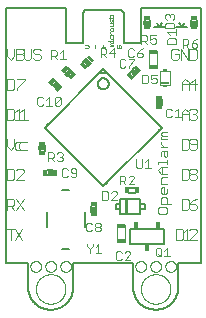
<source format=gto>
G75*
%MOIN*%
%OFA0B0*%
%FSLAX25Y25*%
%IPPOS*%
%LPD*%
%AMOC8*
5,1,8,0,0,1.08239X$1,22.5*
%
%ADD10C,0.00500*%
%ADD11C,0.00000*%
%ADD12C,0.00300*%
%ADD13C,0.00800*%
%ADD14C,0.00100*%
%ADD15C,0.00600*%
%ADD16C,0.01600*%
%ADD17R,0.01181X0.02362*%
%ADD18C,0.00400*%
%ADD19R,0.03150X0.01378*%
%ADD20R,0.02362X0.01181*%
%ADD21R,0.01800X0.02300*%
%ADD22R,0.01600X0.02800*%
%ADD23R,0.02800X0.01600*%
%ADD24R,0.01339X0.00827*%
%ADD25R,0.03150X0.01142*%
D10*
X0005050Y0016901D02*
X0005050Y0101862D01*
X0025050Y0101862D01*
X0025050Y0090026D01*
X0030675Y0090026D01*
X0030675Y0100221D01*
X0031652Y0101198D01*
X0043448Y0101198D01*
X0044425Y0100221D01*
X0044425Y0090026D01*
X0050050Y0090026D01*
X0050050Y0101901D01*
X0070001Y0101901D01*
X0070050Y0101862D01*
X0070050Y0101901D02*
X0070050Y0073151D01*
X0070001Y0016901D01*
X0062550Y0016901D01*
X0062550Y0008151D01*
X0062533Y0007969D01*
X0062511Y0007787D01*
X0062484Y0007605D01*
X0062454Y0007425D01*
X0062419Y0007245D01*
X0062379Y0007066D01*
X0062335Y0006888D01*
X0062287Y0006711D01*
X0062235Y0006535D01*
X0062178Y0006361D01*
X0062117Y0006188D01*
X0062052Y0006017D01*
X0061983Y0005847D01*
X0061909Y0005679D01*
X0061832Y0005513D01*
X0061750Y0005349D01*
X0061665Y0005187D01*
X0061576Y0005027D01*
X0061482Y0004869D01*
X0061385Y0004713D01*
X0061284Y0004560D01*
X0061180Y0004410D01*
X0061072Y0004262D01*
X0060960Y0004116D01*
X0060845Y0003974D01*
X0060726Y0003834D01*
X0060604Y0003698D01*
X0060479Y0003564D01*
X0060350Y0003433D01*
X0060219Y0003306D01*
X0060084Y0003181D01*
X0059946Y0003060D01*
X0059806Y0002943D01*
X0059662Y0002829D01*
X0059516Y0002718D01*
X0059367Y0002611D01*
X0059216Y0002508D01*
X0059062Y0002408D01*
X0058906Y0002313D01*
X0058747Y0002221D01*
X0058586Y0002133D01*
X0058424Y0002048D01*
X0058259Y0001968D01*
X0058092Y0001892D01*
X0057923Y0001820D01*
X0057753Y0001752D01*
X0057581Y0001689D01*
X0057408Y0001629D01*
X0057233Y0001574D01*
X0057057Y0001523D01*
X0056880Y0001476D01*
X0056702Y0001433D01*
X0056522Y0001395D01*
X0056342Y0001362D01*
X0056161Y0001333D01*
X0055980Y0001308D01*
X0055798Y0001287D01*
X0055615Y0001271D01*
X0055432Y0001260D01*
X0055249Y0001253D01*
X0055066Y0001250D01*
X0054883Y0001252D01*
X0054699Y0001258D01*
X0054516Y0001269D01*
X0054334Y0001284D01*
X0054152Y0001304D01*
X0053970Y0001328D01*
X0053789Y0001356D01*
X0053608Y0001389D01*
X0053429Y0001427D01*
X0053251Y0001468D01*
X0053073Y0001514D01*
X0052897Y0001565D01*
X0052722Y0001619D01*
X0052548Y0001678D01*
X0052376Y0001741D01*
X0052206Y0001808D01*
X0052037Y0001879D01*
X0051870Y0001955D01*
X0051705Y0002034D01*
X0051541Y0002118D01*
X0051380Y0002205D01*
X0051221Y0002297D01*
X0051065Y0002392D01*
X0050911Y0002491D01*
X0050759Y0002593D01*
X0050609Y0002700D01*
X0050463Y0002810D01*
X0050319Y0002923D01*
X0050178Y0003040D01*
X0050040Y0003160D01*
X0049904Y0003284D01*
X0049772Y0003411D01*
X0049643Y0003541D01*
X0049517Y0003674D01*
X0049395Y0003811D01*
X0049275Y0003950D01*
X0049159Y0004092D01*
X0049047Y0004237D01*
X0048938Y0004384D01*
X0048833Y0004534D01*
X0048732Y0004687D01*
X0048634Y0004842D01*
X0048540Y0004999D01*
X0048450Y0005159D01*
X0048364Y0005321D01*
X0048282Y0005485D01*
X0048204Y0005650D01*
X0048130Y0005818D01*
X0048060Y0005987D01*
X0047994Y0006158D01*
X0047932Y0006331D01*
X0047875Y0006505D01*
X0047822Y0006681D01*
X0047773Y0006857D01*
X0047728Y0007035D01*
X0047688Y0007214D01*
X0047652Y0007393D01*
X0047621Y0007574D01*
X0047594Y0007755D01*
X0047571Y0007937D01*
X0047553Y0008120D01*
X0047539Y0008302D01*
X0047530Y0008485D01*
X0047525Y0008669D01*
X0047524Y0008852D01*
X0047528Y0009035D01*
X0047537Y0009218D01*
X0047550Y0009401D01*
X0047550Y0016901D01*
X0027550Y0016901D01*
X0027550Y0009401D01*
X0027563Y0009217D01*
X0027572Y0009033D01*
X0027576Y0008848D01*
X0027575Y0008664D01*
X0027570Y0008480D01*
X0027561Y0008296D01*
X0027547Y0008112D01*
X0027528Y0007928D01*
X0027505Y0007745D01*
X0027478Y0007563D01*
X0027446Y0007381D01*
X0027409Y0007201D01*
X0027368Y0007021D01*
X0027323Y0006842D01*
X0027274Y0006664D01*
X0027220Y0006488D01*
X0027162Y0006313D01*
X0027099Y0006140D01*
X0027032Y0005968D01*
X0026961Y0005797D01*
X0026886Y0005629D01*
X0026807Y0005462D01*
X0026724Y0005298D01*
X0026637Y0005135D01*
X0026546Y0004975D01*
X0026451Y0004817D01*
X0026352Y0004661D01*
X0026249Y0004508D01*
X0026143Y0004358D01*
X0026032Y0004210D01*
X0025919Y0004065D01*
X0025802Y0003922D01*
X0025681Y0003783D01*
X0025557Y0003646D01*
X0025430Y0003513D01*
X0025299Y0003383D01*
X0025165Y0003256D01*
X0025029Y0003132D01*
X0024889Y0003012D01*
X0024746Y0002895D01*
X0024601Y0002782D01*
X0024452Y0002672D01*
X0024301Y0002566D01*
X0024148Y0002464D01*
X0023992Y0002365D01*
X0023834Y0002270D01*
X0023673Y0002180D01*
X0023511Y0002093D01*
X0023346Y0002010D01*
X0023179Y0001931D01*
X0023011Y0001857D01*
X0022840Y0001786D01*
X0022668Y0001720D01*
X0022494Y0001658D01*
X0022319Y0001600D01*
X0022143Y0001547D01*
X0021965Y0001498D01*
X0021786Y0001453D01*
X0021606Y0001413D01*
X0021425Y0001377D01*
X0021244Y0001345D01*
X0021061Y0001318D01*
X0020878Y0001296D01*
X0020695Y0001278D01*
X0020511Y0001264D01*
X0020327Y0001255D01*
X0020142Y0001251D01*
X0019958Y0001251D01*
X0019773Y0001255D01*
X0019589Y0001264D01*
X0019405Y0001278D01*
X0019222Y0001296D01*
X0019039Y0001318D01*
X0018856Y0001345D01*
X0018675Y0001377D01*
X0018494Y0001413D01*
X0018314Y0001453D01*
X0018135Y0001498D01*
X0017957Y0001547D01*
X0017781Y0001600D01*
X0017606Y0001658D01*
X0017432Y0001720D01*
X0017260Y0001786D01*
X0017089Y0001857D01*
X0016921Y0001931D01*
X0016754Y0002010D01*
X0016589Y0002093D01*
X0016427Y0002180D01*
X0016266Y0002270D01*
X0016108Y0002365D01*
X0015952Y0002464D01*
X0015799Y0002566D01*
X0015648Y0002672D01*
X0015499Y0002782D01*
X0015354Y0002895D01*
X0015211Y0003012D01*
X0015071Y0003132D01*
X0014935Y0003256D01*
X0014801Y0003383D01*
X0014670Y0003513D01*
X0014543Y0003646D01*
X0014419Y0003783D01*
X0014298Y0003922D01*
X0014181Y0004065D01*
X0014068Y0004210D01*
X0013957Y0004358D01*
X0013851Y0004508D01*
X0013748Y0004661D01*
X0013649Y0004817D01*
X0013554Y0004975D01*
X0013463Y0005135D01*
X0013376Y0005298D01*
X0013293Y0005462D01*
X0013214Y0005629D01*
X0013139Y0005797D01*
X0013068Y0005968D01*
X0013001Y0006140D01*
X0012938Y0006313D01*
X0012880Y0006488D01*
X0012826Y0006664D01*
X0012777Y0006842D01*
X0012732Y0007021D01*
X0012691Y0007201D01*
X0012654Y0007381D01*
X0012622Y0007563D01*
X0012595Y0007745D01*
X0012572Y0007928D01*
X0012553Y0008112D01*
X0012539Y0008296D01*
X0012530Y0008480D01*
X0012525Y0008664D01*
X0012524Y0008848D01*
X0012528Y0009033D01*
X0012537Y0009217D01*
X0012550Y0009401D01*
X0012550Y0016901D01*
X0005050Y0016901D01*
X0037550Y0042414D02*
X0018341Y0061623D01*
X0018063Y0061901D02*
X0037550Y0081388D01*
X0057037Y0061901D01*
X0037550Y0042414D01*
X0041888Y0036438D02*
X0043069Y0036438D01*
X0041888Y0036438D02*
X0041888Y0034864D01*
X0043069Y0034864D01*
X0043266Y0033092D02*
X0043266Y0038210D01*
X0049959Y0038210D01*
X0049959Y0033092D01*
X0043266Y0033092D01*
X0045038Y0033289D02*
X0045038Y0038013D01*
X0045431Y0038013D01*
X0045431Y0033289D01*
X0050156Y0034864D02*
X0051337Y0034864D01*
X0051337Y0036438D01*
X0050156Y0036438D01*
X0044440Y0090188D02*
X0044440Y0100228D01*
X0043456Y0101212D01*
X0031644Y0101212D01*
X0030660Y0100228D01*
X0030660Y0090188D01*
D11*
X0023278Y0015651D02*
X0023280Y0015735D01*
X0023286Y0015818D01*
X0023296Y0015901D01*
X0023310Y0015984D01*
X0023327Y0016066D01*
X0023349Y0016147D01*
X0023374Y0016226D01*
X0023403Y0016305D01*
X0023436Y0016382D01*
X0023472Y0016457D01*
X0023512Y0016531D01*
X0023555Y0016603D01*
X0023602Y0016672D01*
X0023652Y0016739D01*
X0023705Y0016804D01*
X0023761Y0016866D01*
X0023819Y0016926D01*
X0023881Y0016983D01*
X0023945Y0017036D01*
X0024012Y0017087D01*
X0024081Y0017134D01*
X0024152Y0017179D01*
X0024225Y0017219D01*
X0024300Y0017256D01*
X0024377Y0017290D01*
X0024455Y0017320D01*
X0024534Y0017346D01*
X0024615Y0017369D01*
X0024697Y0017387D01*
X0024779Y0017402D01*
X0024862Y0017413D01*
X0024945Y0017420D01*
X0025029Y0017423D01*
X0025113Y0017422D01*
X0025196Y0017417D01*
X0025280Y0017408D01*
X0025362Y0017395D01*
X0025444Y0017379D01*
X0025525Y0017358D01*
X0025606Y0017334D01*
X0025684Y0017306D01*
X0025762Y0017274D01*
X0025838Y0017238D01*
X0025912Y0017199D01*
X0025984Y0017157D01*
X0026054Y0017111D01*
X0026122Y0017062D01*
X0026187Y0017010D01*
X0026250Y0016955D01*
X0026310Y0016897D01*
X0026368Y0016836D01*
X0026422Y0016772D01*
X0026474Y0016706D01*
X0026522Y0016638D01*
X0026567Y0016567D01*
X0026608Y0016494D01*
X0026647Y0016420D01*
X0026681Y0016344D01*
X0026712Y0016266D01*
X0026739Y0016187D01*
X0026763Y0016106D01*
X0026782Y0016025D01*
X0026798Y0015943D01*
X0026810Y0015860D01*
X0026818Y0015776D01*
X0026822Y0015693D01*
X0026822Y0015609D01*
X0026818Y0015526D01*
X0026810Y0015442D01*
X0026798Y0015359D01*
X0026782Y0015277D01*
X0026763Y0015196D01*
X0026739Y0015115D01*
X0026712Y0015036D01*
X0026681Y0014958D01*
X0026647Y0014882D01*
X0026608Y0014808D01*
X0026567Y0014735D01*
X0026522Y0014664D01*
X0026474Y0014596D01*
X0026422Y0014530D01*
X0026368Y0014466D01*
X0026310Y0014405D01*
X0026250Y0014347D01*
X0026187Y0014292D01*
X0026122Y0014240D01*
X0026054Y0014191D01*
X0025984Y0014145D01*
X0025912Y0014103D01*
X0025838Y0014064D01*
X0025762Y0014028D01*
X0025684Y0013996D01*
X0025606Y0013968D01*
X0025525Y0013944D01*
X0025444Y0013923D01*
X0025362Y0013907D01*
X0025280Y0013894D01*
X0025196Y0013885D01*
X0025113Y0013880D01*
X0025029Y0013879D01*
X0024945Y0013882D01*
X0024862Y0013889D01*
X0024779Y0013900D01*
X0024697Y0013915D01*
X0024615Y0013933D01*
X0024534Y0013956D01*
X0024455Y0013982D01*
X0024377Y0014012D01*
X0024300Y0014046D01*
X0024225Y0014083D01*
X0024152Y0014123D01*
X0024081Y0014168D01*
X0024012Y0014215D01*
X0023945Y0014266D01*
X0023881Y0014319D01*
X0023819Y0014376D01*
X0023761Y0014436D01*
X0023705Y0014498D01*
X0023652Y0014563D01*
X0023602Y0014630D01*
X0023555Y0014699D01*
X0023512Y0014771D01*
X0023472Y0014845D01*
X0023436Y0014920D01*
X0023403Y0014997D01*
X0023374Y0015076D01*
X0023349Y0015155D01*
X0023327Y0015236D01*
X0023310Y0015318D01*
X0023296Y0015401D01*
X0023286Y0015484D01*
X0023280Y0015567D01*
X0023278Y0015651D01*
X0018278Y0015651D02*
X0018280Y0015735D01*
X0018286Y0015818D01*
X0018296Y0015901D01*
X0018310Y0015984D01*
X0018327Y0016066D01*
X0018349Y0016147D01*
X0018374Y0016226D01*
X0018403Y0016305D01*
X0018436Y0016382D01*
X0018472Y0016457D01*
X0018512Y0016531D01*
X0018555Y0016603D01*
X0018602Y0016672D01*
X0018652Y0016739D01*
X0018705Y0016804D01*
X0018761Y0016866D01*
X0018819Y0016926D01*
X0018881Y0016983D01*
X0018945Y0017036D01*
X0019012Y0017087D01*
X0019081Y0017134D01*
X0019152Y0017179D01*
X0019225Y0017219D01*
X0019300Y0017256D01*
X0019377Y0017290D01*
X0019455Y0017320D01*
X0019534Y0017346D01*
X0019615Y0017369D01*
X0019697Y0017387D01*
X0019779Y0017402D01*
X0019862Y0017413D01*
X0019945Y0017420D01*
X0020029Y0017423D01*
X0020113Y0017422D01*
X0020196Y0017417D01*
X0020280Y0017408D01*
X0020362Y0017395D01*
X0020444Y0017379D01*
X0020525Y0017358D01*
X0020606Y0017334D01*
X0020684Y0017306D01*
X0020762Y0017274D01*
X0020838Y0017238D01*
X0020912Y0017199D01*
X0020984Y0017157D01*
X0021054Y0017111D01*
X0021122Y0017062D01*
X0021187Y0017010D01*
X0021250Y0016955D01*
X0021310Y0016897D01*
X0021368Y0016836D01*
X0021422Y0016772D01*
X0021474Y0016706D01*
X0021522Y0016638D01*
X0021567Y0016567D01*
X0021608Y0016494D01*
X0021647Y0016420D01*
X0021681Y0016344D01*
X0021712Y0016266D01*
X0021739Y0016187D01*
X0021763Y0016106D01*
X0021782Y0016025D01*
X0021798Y0015943D01*
X0021810Y0015860D01*
X0021818Y0015776D01*
X0021822Y0015693D01*
X0021822Y0015609D01*
X0021818Y0015526D01*
X0021810Y0015442D01*
X0021798Y0015359D01*
X0021782Y0015277D01*
X0021763Y0015196D01*
X0021739Y0015115D01*
X0021712Y0015036D01*
X0021681Y0014958D01*
X0021647Y0014882D01*
X0021608Y0014808D01*
X0021567Y0014735D01*
X0021522Y0014664D01*
X0021474Y0014596D01*
X0021422Y0014530D01*
X0021368Y0014466D01*
X0021310Y0014405D01*
X0021250Y0014347D01*
X0021187Y0014292D01*
X0021122Y0014240D01*
X0021054Y0014191D01*
X0020984Y0014145D01*
X0020912Y0014103D01*
X0020838Y0014064D01*
X0020762Y0014028D01*
X0020684Y0013996D01*
X0020606Y0013968D01*
X0020525Y0013944D01*
X0020444Y0013923D01*
X0020362Y0013907D01*
X0020280Y0013894D01*
X0020196Y0013885D01*
X0020113Y0013880D01*
X0020029Y0013879D01*
X0019945Y0013882D01*
X0019862Y0013889D01*
X0019779Y0013900D01*
X0019697Y0013915D01*
X0019615Y0013933D01*
X0019534Y0013956D01*
X0019455Y0013982D01*
X0019377Y0014012D01*
X0019300Y0014046D01*
X0019225Y0014083D01*
X0019152Y0014123D01*
X0019081Y0014168D01*
X0019012Y0014215D01*
X0018945Y0014266D01*
X0018881Y0014319D01*
X0018819Y0014376D01*
X0018761Y0014436D01*
X0018705Y0014498D01*
X0018652Y0014563D01*
X0018602Y0014630D01*
X0018555Y0014699D01*
X0018512Y0014771D01*
X0018472Y0014845D01*
X0018436Y0014920D01*
X0018403Y0014997D01*
X0018374Y0015076D01*
X0018349Y0015155D01*
X0018327Y0015236D01*
X0018310Y0015318D01*
X0018296Y0015401D01*
X0018286Y0015484D01*
X0018280Y0015567D01*
X0018278Y0015651D01*
X0013278Y0015651D02*
X0013280Y0015735D01*
X0013286Y0015818D01*
X0013296Y0015901D01*
X0013310Y0015984D01*
X0013327Y0016066D01*
X0013349Y0016147D01*
X0013374Y0016226D01*
X0013403Y0016305D01*
X0013436Y0016382D01*
X0013472Y0016457D01*
X0013512Y0016531D01*
X0013555Y0016603D01*
X0013602Y0016672D01*
X0013652Y0016739D01*
X0013705Y0016804D01*
X0013761Y0016866D01*
X0013819Y0016926D01*
X0013881Y0016983D01*
X0013945Y0017036D01*
X0014012Y0017087D01*
X0014081Y0017134D01*
X0014152Y0017179D01*
X0014225Y0017219D01*
X0014300Y0017256D01*
X0014377Y0017290D01*
X0014455Y0017320D01*
X0014534Y0017346D01*
X0014615Y0017369D01*
X0014697Y0017387D01*
X0014779Y0017402D01*
X0014862Y0017413D01*
X0014945Y0017420D01*
X0015029Y0017423D01*
X0015113Y0017422D01*
X0015196Y0017417D01*
X0015280Y0017408D01*
X0015362Y0017395D01*
X0015444Y0017379D01*
X0015525Y0017358D01*
X0015606Y0017334D01*
X0015684Y0017306D01*
X0015762Y0017274D01*
X0015838Y0017238D01*
X0015912Y0017199D01*
X0015984Y0017157D01*
X0016054Y0017111D01*
X0016122Y0017062D01*
X0016187Y0017010D01*
X0016250Y0016955D01*
X0016310Y0016897D01*
X0016368Y0016836D01*
X0016422Y0016772D01*
X0016474Y0016706D01*
X0016522Y0016638D01*
X0016567Y0016567D01*
X0016608Y0016494D01*
X0016647Y0016420D01*
X0016681Y0016344D01*
X0016712Y0016266D01*
X0016739Y0016187D01*
X0016763Y0016106D01*
X0016782Y0016025D01*
X0016798Y0015943D01*
X0016810Y0015860D01*
X0016818Y0015776D01*
X0016822Y0015693D01*
X0016822Y0015609D01*
X0016818Y0015526D01*
X0016810Y0015442D01*
X0016798Y0015359D01*
X0016782Y0015277D01*
X0016763Y0015196D01*
X0016739Y0015115D01*
X0016712Y0015036D01*
X0016681Y0014958D01*
X0016647Y0014882D01*
X0016608Y0014808D01*
X0016567Y0014735D01*
X0016522Y0014664D01*
X0016474Y0014596D01*
X0016422Y0014530D01*
X0016368Y0014466D01*
X0016310Y0014405D01*
X0016250Y0014347D01*
X0016187Y0014292D01*
X0016122Y0014240D01*
X0016054Y0014191D01*
X0015984Y0014145D01*
X0015912Y0014103D01*
X0015838Y0014064D01*
X0015762Y0014028D01*
X0015684Y0013996D01*
X0015606Y0013968D01*
X0015525Y0013944D01*
X0015444Y0013923D01*
X0015362Y0013907D01*
X0015280Y0013894D01*
X0015196Y0013885D01*
X0015113Y0013880D01*
X0015029Y0013879D01*
X0014945Y0013882D01*
X0014862Y0013889D01*
X0014779Y0013900D01*
X0014697Y0013915D01*
X0014615Y0013933D01*
X0014534Y0013956D01*
X0014455Y0013982D01*
X0014377Y0014012D01*
X0014300Y0014046D01*
X0014225Y0014083D01*
X0014152Y0014123D01*
X0014081Y0014168D01*
X0014012Y0014215D01*
X0013945Y0014266D01*
X0013881Y0014319D01*
X0013819Y0014376D01*
X0013761Y0014436D01*
X0013705Y0014498D01*
X0013652Y0014563D01*
X0013602Y0014630D01*
X0013555Y0014699D01*
X0013512Y0014771D01*
X0013472Y0014845D01*
X0013436Y0014920D01*
X0013403Y0014997D01*
X0013374Y0015076D01*
X0013349Y0015155D01*
X0013327Y0015236D01*
X0013310Y0015318D01*
X0013296Y0015401D01*
X0013286Y0015484D01*
X0013280Y0015567D01*
X0013278Y0015651D01*
X0015129Y0008151D02*
X0015131Y0008291D01*
X0015137Y0008431D01*
X0015147Y0008570D01*
X0015161Y0008709D01*
X0015179Y0008848D01*
X0015200Y0008986D01*
X0015226Y0009124D01*
X0015256Y0009261D01*
X0015289Y0009396D01*
X0015327Y0009531D01*
X0015368Y0009665D01*
X0015413Y0009798D01*
X0015461Y0009929D01*
X0015514Y0010058D01*
X0015570Y0010187D01*
X0015629Y0010313D01*
X0015693Y0010438D01*
X0015759Y0010561D01*
X0015830Y0010682D01*
X0015903Y0010801D01*
X0015980Y0010918D01*
X0016061Y0011032D01*
X0016144Y0011144D01*
X0016231Y0011254D01*
X0016321Y0011362D01*
X0016413Y0011466D01*
X0016509Y0011568D01*
X0016608Y0011668D01*
X0016709Y0011764D01*
X0016813Y0011858D01*
X0016920Y0011948D01*
X0017029Y0012035D01*
X0017141Y0012120D01*
X0017255Y0012201D01*
X0017371Y0012279D01*
X0017489Y0012353D01*
X0017610Y0012424D01*
X0017732Y0012492D01*
X0017857Y0012556D01*
X0017983Y0012617D01*
X0018110Y0012674D01*
X0018240Y0012727D01*
X0018371Y0012777D01*
X0018503Y0012822D01*
X0018636Y0012865D01*
X0018771Y0012903D01*
X0018906Y0012937D01*
X0019043Y0012968D01*
X0019180Y0012995D01*
X0019318Y0013017D01*
X0019457Y0013036D01*
X0019596Y0013051D01*
X0019735Y0013062D01*
X0019875Y0013069D01*
X0020015Y0013072D01*
X0020155Y0013071D01*
X0020295Y0013066D01*
X0020434Y0013057D01*
X0020574Y0013044D01*
X0020713Y0013027D01*
X0020851Y0013006D01*
X0020989Y0012982D01*
X0021126Y0012953D01*
X0021262Y0012921D01*
X0021397Y0012884D01*
X0021531Y0012844D01*
X0021664Y0012800D01*
X0021795Y0012752D01*
X0021925Y0012701D01*
X0022054Y0012646D01*
X0022181Y0012587D01*
X0022306Y0012524D01*
X0022429Y0012459D01*
X0022551Y0012389D01*
X0022670Y0012316D01*
X0022788Y0012240D01*
X0022903Y0012161D01*
X0023016Y0012078D01*
X0023126Y0011992D01*
X0023234Y0011903D01*
X0023339Y0011811D01*
X0023442Y0011716D01*
X0023542Y0011618D01*
X0023639Y0011518D01*
X0023733Y0011414D01*
X0023825Y0011308D01*
X0023913Y0011200D01*
X0023998Y0011089D01*
X0024080Y0010975D01*
X0024159Y0010859D01*
X0024234Y0010742D01*
X0024306Y0010622D01*
X0024374Y0010500D01*
X0024439Y0010376D01*
X0024501Y0010250D01*
X0024559Y0010123D01*
X0024613Y0009994D01*
X0024664Y0009863D01*
X0024710Y0009731D01*
X0024753Y0009598D01*
X0024793Y0009464D01*
X0024828Y0009329D01*
X0024860Y0009192D01*
X0024887Y0009055D01*
X0024911Y0008917D01*
X0024931Y0008779D01*
X0024947Y0008640D01*
X0024959Y0008500D01*
X0024967Y0008361D01*
X0024971Y0008221D01*
X0024971Y0008081D01*
X0024967Y0007941D01*
X0024959Y0007802D01*
X0024947Y0007662D01*
X0024931Y0007523D01*
X0024911Y0007385D01*
X0024887Y0007247D01*
X0024860Y0007110D01*
X0024828Y0006973D01*
X0024793Y0006838D01*
X0024753Y0006704D01*
X0024710Y0006571D01*
X0024664Y0006439D01*
X0024613Y0006308D01*
X0024559Y0006179D01*
X0024501Y0006052D01*
X0024439Y0005926D01*
X0024374Y0005802D01*
X0024306Y0005680D01*
X0024234Y0005560D01*
X0024159Y0005443D01*
X0024080Y0005327D01*
X0023998Y0005213D01*
X0023913Y0005102D01*
X0023825Y0004994D01*
X0023733Y0004888D01*
X0023639Y0004784D01*
X0023542Y0004684D01*
X0023442Y0004586D01*
X0023339Y0004491D01*
X0023234Y0004399D01*
X0023126Y0004310D01*
X0023016Y0004224D01*
X0022903Y0004141D01*
X0022788Y0004062D01*
X0022670Y0003986D01*
X0022551Y0003913D01*
X0022429Y0003843D01*
X0022306Y0003778D01*
X0022181Y0003715D01*
X0022054Y0003656D01*
X0021925Y0003601D01*
X0021795Y0003550D01*
X0021664Y0003502D01*
X0021531Y0003458D01*
X0021397Y0003418D01*
X0021262Y0003381D01*
X0021126Y0003349D01*
X0020989Y0003320D01*
X0020851Y0003296D01*
X0020713Y0003275D01*
X0020574Y0003258D01*
X0020434Y0003245D01*
X0020295Y0003236D01*
X0020155Y0003231D01*
X0020015Y0003230D01*
X0019875Y0003233D01*
X0019735Y0003240D01*
X0019596Y0003251D01*
X0019457Y0003266D01*
X0019318Y0003285D01*
X0019180Y0003307D01*
X0019043Y0003334D01*
X0018906Y0003365D01*
X0018771Y0003399D01*
X0018636Y0003437D01*
X0018503Y0003480D01*
X0018371Y0003525D01*
X0018240Y0003575D01*
X0018110Y0003628D01*
X0017983Y0003685D01*
X0017857Y0003746D01*
X0017732Y0003810D01*
X0017610Y0003878D01*
X0017489Y0003949D01*
X0017371Y0004023D01*
X0017255Y0004101D01*
X0017141Y0004182D01*
X0017029Y0004267D01*
X0016920Y0004354D01*
X0016813Y0004444D01*
X0016709Y0004538D01*
X0016608Y0004634D01*
X0016509Y0004734D01*
X0016413Y0004836D01*
X0016321Y0004940D01*
X0016231Y0005048D01*
X0016144Y0005158D01*
X0016061Y0005270D01*
X0015980Y0005384D01*
X0015903Y0005501D01*
X0015830Y0005620D01*
X0015759Y0005741D01*
X0015693Y0005864D01*
X0015629Y0005989D01*
X0015570Y0006115D01*
X0015514Y0006244D01*
X0015461Y0006373D01*
X0015413Y0006504D01*
X0015368Y0006637D01*
X0015327Y0006771D01*
X0015289Y0006906D01*
X0015256Y0007041D01*
X0015226Y0007178D01*
X0015200Y0007316D01*
X0015179Y0007454D01*
X0015161Y0007593D01*
X0015147Y0007732D01*
X0015137Y0007871D01*
X0015131Y0008011D01*
X0015129Y0008151D01*
X0048278Y0015651D02*
X0048280Y0015735D01*
X0048286Y0015818D01*
X0048296Y0015901D01*
X0048310Y0015984D01*
X0048327Y0016066D01*
X0048349Y0016147D01*
X0048374Y0016226D01*
X0048403Y0016305D01*
X0048436Y0016382D01*
X0048472Y0016457D01*
X0048512Y0016531D01*
X0048555Y0016603D01*
X0048602Y0016672D01*
X0048652Y0016739D01*
X0048705Y0016804D01*
X0048761Y0016866D01*
X0048819Y0016926D01*
X0048881Y0016983D01*
X0048945Y0017036D01*
X0049012Y0017087D01*
X0049081Y0017134D01*
X0049152Y0017179D01*
X0049225Y0017219D01*
X0049300Y0017256D01*
X0049377Y0017290D01*
X0049455Y0017320D01*
X0049534Y0017346D01*
X0049615Y0017369D01*
X0049697Y0017387D01*
X0049779Y0017402D01*
X0049862Y0017413D01*
X0049945Y0017420D01*
X0050029Y0017423D01*
X0050113Y0017422D01*
X0050196Y0017417D01*
X0050280Y0017408D01*
X0050362Y0017395D01*
X0050444Y0017379D01*
X0050525Y0017358D01*
X0050606Y0017334D01*
X0050684Y0017306D01*
X0050762Y0017274D01*
X0050838Y0017238D01*
X0050912Y0017199D01*
X0050984Y0017157D01*
X0051054Y0017111D01*
X0051122Y0017062D01*
X0051187Y0017010D01*
X0051250Y0016955D01*
X0051310Y0016897D01*
X0051368Y0016836D01*
X0051422Y0016772D01*
X0051474Y0016706D01*
X0051522Y0016638D01*
X0051567Y0016567D01*
X0051608Y0016494D01*
X0051647Y0016420D01*
X0051681Y0016344D01*
X0051712Y0016266D01*
X0051739Y0016187D01*
X0051763Y0016106D01*
X0051782Y0016025D01*
X0051798Y0015943D01*
X0051810Y0015860D01*
X0051818Y0015776D01*
X0051822Y0015693D01*
X0051822Y0015609D01*
X0051818Y0015526D01*
X0051810Y0015442D01*
X0051798Y0015359D01*
X0051782Y0015277D01*
X0051763Y0015196D01*
X0051739Y0015115D01*
X0051712Y0015036D01*
X0051681Y0014958D01*
X0051647Y0014882D01*
X0051608Y0014808D01*
X0051567Y0014735D01*
X0051522Y0014664D01*
X0051474Y0014596D01*
X0051422Y0014530D01*
X0051368Y0014466D01*
X0051310Y0014405D01*
X0051250Y0014347D01*
X0051187Y0014292D01*
X0051122Y0014240D01*
X0051054Y0014191D01*
X0050984Y0014145D01*
X0050912Y0014103D01*
X0050838Y0014064D01*
X0050762Y0014028D01*
X0050684Y0013996D01*
X0050606Y0013968D01*
X0050525Y0013944D01*
X0050444Y0013923D01*
X0050362Y0013907D01*
X0050280Y0013894D01*
X0050196Y0013885D01*
X0050113Y0013880D01*
X0050029Y0013879D01*
X0049945Y0013882D01*
X0049862Y0013889D01*
X0049779Y0013900D01*
X0049697Y0013915D01*
X0049615Y0013933D01*
X0049534Y0013956D01*
X0049455Y0013982D01*
X0049377Y0014012D01*
X0049300Y0014046D01*
X0049225Y0014083D01*
X0049152Y0014123D01*
X0049081Y0014168D01*
X0049012Y0014215D01*
X0048945Y0014266D01*
X0048881Y0014319D01*
X0048819Y0014376D01*
X0048761Y0014436D01*
X0048705Y0014498D01*
X0048652Y0014563D01*
X0048602Y0014630D01*
X0048555Y0014699D01*
X0048512Y0014771D01*
X0048472Y0014845D01*
X0048436Y0014920D01*
X0048403Y0014997D01*
X0048374Y0015076D01*
X0048349Y0015155D01*
X0048327Y0015236D01*
X0048310Y0015318D01*
X0048296Y0015401D01*
X0048286Y0015484D01*
X0048280Y0015567D01*
X0048278Y0015651D01*
X0053278Y0015651D02*
X0053280Y0015735D01*
X0053286Y0015818D01*
X0053296Y0015901D01*
X0053310Y0015984D01*
X0053327Y0016066D01*
X0053349Y0016147D01*
X0053374Y0016226D01*
X0053403Y0016305D01*
X0053436Y0016382D01*
X0053472Y0016457D01*
X0053512Y0016531D01*
X0053555Y0016603D01*
X0053602Y0016672D01*
X0053652Y0016739D01*
X0053705Y0016804D01*
X0053761Y0016866D01*
X0053819Y0016926D01*
X0053881Y0016983D01*
X0053945Y0017036D01*
X0054012Y0017087D01*
X0054081Y0017134D01*
X0054152Y0017179D01*
X0054225Y0017219D01*
X0054300Y0017256D01*
X0054377Y0017290D01*
X0054455Y0017320D01*
X0054534Y0017346D01*
X0054615Y0017369D01*
X0054697Y0017387D01*
X0054779Y0017402D01*
X0054862Y0017413D01*
X0054945Y0017420D01*
X0055029Y0017423D01*
X0055113Y0017422D01*
X0055196Y0017417D01*
X0055280Y0017408D01*
X0055362Y0017395D01*
X0055444Y0017379D01*
X0055525Y0017358D01*
X0055606Y0017334D01*
X0055684Y0017306D01*
X0055762Y0017274D01*
X0055838Y0017238D01*
X0055912Y0017199D01*
X0055984Y0017157D01*
X0056054Y0017111D01*
X0056122Y0017062D01*
X0056187Y0017010D01*
X0056250Y0016955D01*
X0056310Y0016897D01*
X0056368Y0016836D01*
X0056422Y0016772D01*
X0056474Y0016706D01*
X0056522Y0016638D01*
X0056567Y0016567D01*
X0056608Y0016494D01*
X0056647Y0016420D01*
X0056681Y0016344D01*
X0056712Y0016266D01*
X0056739Y0016187D01*
X0056763Y0016106D01*
X0056782Y0016025D01*
X0056798Y0015943D01*
X0056810Y0015860D01*
X0056818Y0015776D01*
X0056822Y0015693D01*
X0056822Y0015609D01*
X0056818Y0015526D01*
X0056810Y0015442D01*
X0056798Y0015359D01*
X0056782Y0015277D01*
X0056763Y0015196D01*
X0056739Y0015115D01*
X0056712Y0015036D01*
X0056681Y0014958D01*
X0056647Y0014882D01*
X0056608Y0014808D01*
X0056567Y0014735D01*
X0056522Y0014664D01*
X0056474Y0014596D01*
X0056422Y0014530D01*
X0056368Y0014466D01*
X0056310Y0014405D01*
X0056250Y0014347D01*
X0056187Y0014292D01*
X0056122Y0014240D01*
X0056054Y0014191D01*
X0055984Y0014145D01*
X0055912Y0014103D01*
X0055838Y0014064D01*
X0055762Y0014028D01*
X0055684Y0013996D01*
X0055606Y0013968D01*
X0055525Y0013944D01*
X0055444Y0013923D01*
X0055362Y0013907D01*
X0055280Y0013894D01*
X0055196Y0013885D01*
X0055113Y0013880D01*
X0055029Y0013879D01*
X0054945Y0013882D01*
X0054862Y0013889D01*
X0054779Y0013900D01*
X0054697Y0013915D01*
X0054615Y0013933D01*
X0054534Y0013956D01*
X0054455Y0013982D01*
X0054377Y0014012D01*
X0054300Y0014046D01*
X0054225Y0014083D01*
X0054152Y0014123D01*
X0054081Y0014168D01*
X0054012Y0014215D01*
X0053945Y0014266D01*
X0053881Y0014319D01*
X0053819Y0014376D01*
X0053761Y0014436D01*
X0053705Y0014498D01*
X0053652Y0014563D01*
X0053602Y0014630D01*
X0053555Y0014699D01*
X0053512Y0014771D01*
X0053472Y0014845D01*
X0053436Y0014920D01*
X0053403Y0014997D01*
X0053374Y0015076D01*
X0053349Y0015155D01*
X0053327Y0015236D01*
X0053310Y0015318D01*
X0053296Y0015401D01*
X0053286Y0015484D01*
X0053280Y0015567D01*
X0053278Y0015651D01*
X0050129Y0008151D02*
X0050131Y0008291D01*
X0050137Y0008431D01*
X0050147Y0008570D01*
X0050161Y0008709D01*
X0050179Y0008848D01*
X0050200Y0008986D01*
X0050226Y0009124D01*
X0050256Y0009261D01*
X0050289Y0009396D01*
X0050327Y0009531D01*
X0050368Y0009665D01*
X0050413Y0009798D01*
X0050461Y0009929D01*
X0050514Y0010058D01*
X0050570Y0010187D01*
X0050629Y0010313D01*
X0050693Y0010438D01*
X0050759Y0010561D01*
X0050830Y0010682D01*
X0050903Y0010801D01*
X0050980Y0010918D01*
X0051061Y0011032D01*
X0051144Y0011144D01*
X0051231Y0011254D01*
X0051321Y0011362D01*
X0051413Y0011466D01*
X0051509Y0011568D01*
X0051608Y0011668D01*
X0051709Y0011764D01*
X0051813Y0011858D01*
X0051920Y0011948D01*
X0052029Y0012035D01*
X0052141Y0012120D01*
X0052255Y0012201D01*
X0052371Y0012279D01*
X0052489Y0012353D01*
X0052610Y0012424D01*
X0052732Y0012492D01*
X0052857Y0012556D01*
X0052983Y0012617D01*
X0053110Y0012674D01*
X0053240Y0012727D01*
X0053371Y0012777D01*
X0053503Y0012822D01*
X0053636Y0012865D01*
X0053771Y0012903D01*
X0053906Y0012937D01*
X0054043Y0012968D01*
X0054180Y0012995D01*
X0054318Y0013017D01*
X0054457Y0013036D01*
X0054596Y0013051D01*
X0054735Y0013062D01*
X0054875Y0013069D01*
X0055015Y0013072D01*
X0055155Y0013071D01*
X0055295Y0013066D01*
X0055434Y0013057D01*
X0055574Y0013044D01*
X0055713Y0013027D01*
X0055851Y0013006D01*
X0055989Y0012982D01*
X0056126Y0012953D01*
X0056262Y0012921D01*
X0056397Y0012884D01*
X0056531Y0012844D01*
X0056664Y0012800D01*
X0056795Y0012752D01*
X0056925Y0012701D01*
X0057054Y0012646D01*
X0057181Y0012587D01*
X0057306Y0012524D01*
X0057429Y0012459D01*
X0057551Y0012389D01*
X0057670Y0012316D01*
X0057788Y0012240D01*
X0057903Y0012161D01*
X0058016Y0012078D01*
X0058126Y0011992D01*
X0058234Y0011903D01*
X0058339Y0011811D01*
X0058442Y0011716D01*
X0058542Y0011618D01*
X0058639Y0011518D01*
X0058733Y0011414D01*
X0058825Y0011308D01*
X0058913Y0011200D01*
X0058998Y0011089D01*
X0059080Y0010975D01*
X0059159Y0010859D01*
X0059234Y0010742D01*
X0059306Y0010622D01*
X0059374Y0010500D01*
X0059439Y0010376D01*
X0059501Y0010250D01*
X0059559Y0010123D01*
X0059613Y0009994D01*
X0059664Y0009863D01*
X0059710Y0009731D01*
X0059753Y0009598D01*
X0059793Y0009464D01*
X0059828Y0009329D01*
X0059860Y0009192D01*
X0059887Y0009055D01*
X0059911Y0008917D01*
X0059931Y0008779D01*
X0059947Y0008640D01*
X0059959Y0008500D01*
X0059967Y0008361D01*
X0059971Y0008221D01*
X0059971Y0008081D01*
X0059967Y0007941D01*
X0059959Y0007802D01*
X0059947Y0007662D01*
X0059931Y0007523D01*
X0059911Y0007385D01*
X0059887Y0007247D01*
X0059860Y0007110D01*
X0059828Y0006973D01*
X0059793Y0006838D01*
X0059753Y0006704D01*
X0059710Y0006571D01*
X0059664Y0006439D01*
X0059613Y0006308D01*
X0059559Y0006179D01*
X0059501Y0006052D01*
X0059439Y0005926D01*
X0059374Y0005802D01*
X0059306Y0005680D01*
X0059234Y0005560D01*
X0059159Y0005443D01*
X0059080Y0005327D01*
X0058998Y0005213D01*
X0058913Y0005102D01*
X0058825Y0004994D01*
X0058733Y0004888D01*
X0058639Y0004784D01*
X0058542Y0004684D01*
X0058442Y0004586D01*
X0058339Y0004491D01*
X0058234Y0004399D01*
X0058126Y0004310D01*
X0058016Y0004224D01*
X0057903Y0004141D01*
X0057788Y0004062D01*
X0057670Y0003986D01*
X0057551Y0003913D01*
X0057429Y0003843D01*
X0057306Y0003778D01*
X0057181Y0003715D01*
X0057054Y0003656D01*
X0056925Y0003601D01*
X0056795Y0003550D01*
X0056664Y0003502D01*
X0056531Y0003458D01*
X0056397Y0003418D01*
X0056262Y0003381D01*
X0056126Y0003349D01*
X0055989Y0003320D01*
X0055851Y0003296D01*
X0055713Y0003275D01*
X0055574Y0003258D01*
X0055434Y0003245D01*
X0055295Y0003236D01*
X0055155Y0003231D01*
X0055015Y0003230D01*
X0054875Y0003233D01*
X0054735Y0003240D01*
X0054596Y0003251D01*
X0054457Y0003266D01*
X0054318Y0003285D01*
X0054180Y0003307D01*
X0054043Y0003334D01*
X0053906Y0003365D01*
X0053771Y0003399D01*
X0053636Y0003437D01*
X0053503Y0003480D01*
X0053371Y0003525D01*
X0053240Y0003575D01*
X0053110Y0003628D01*
X0052983Y0003685D01*
X0052857Y0003746D01*
X0052732Y0003810D01*
X0052610Y0003878D01*
X0052489Y0003949D01*
X0052371Y0004023D01*
X0052255Y0004101D01*
X0052141Y0004182D01*
X0052029Y0004267D01*
X0051920Y0004354D01*
X0051813Y0004444D01*
X0051709Y0004538D01*
X0051608Y0004634D01*
X0051509Y0004734D01*
X0051413Y0004836D01*
X0051321Y0004940D01*
X0051231Y0005048D01*
X0051144Y0005158D01*
X0051061Y0005270D01*
X0050980Y0005384D01*
X0050903Y0005501D01*
X0050830Y0005620D01*
X0050759Y0005741D01*
X0050693Y0005864D01*
X0050629Y0005989D01*
X0050570Y0006115D01*
X0050514Y0006244D01*
X0050461Y0006373D01*
X0050413Y0006504D01*
X0050368Y0006637D01*
X0050327Y0006771D01*
X0050289Y0006906D01*
X0050256Y0007041D01*
X0050226Y0007178D01*
X0050200Y0007316D01*
X0050179Y0007454D01*
X0050161Y0007593D01*
X0050147Y0007732D01*
X0050137Y0007871D01*
X0050131Y0008011D01*
X0050129Y0008151D01*
X0058278Y0015651D02*
X0058280Y0015735D01*
X0058286Y0015818D01*
X0058296Y0015901D01*
X0058310Y0015984D01*
X0058327Y0016066D01*
X0058349Y0016147D01*
X0058374Y0016226D01*
X0058403Y0016305D01*
X0058436Y0016382D01*
X0058472Y0016457D01*
X0058512Y0016531D01*
X0058555Y0016603D01*
X0058602Y0016672D01*
X0058652Y0016739D01*
X0058705Y0016804D01*
X0058761Y0016866D01*
X0058819Y0016926D01*
X0058881Y0016983D01*
X0058945Y0017036D01*
X0059012Y0017087D01*
X0059081Y0017134D01*
X0059152Y0017179D01*
X0059225Y0017219D01*
X0059300Y0017256D01*
X0059377Y0017290D01*
X0059455Y0017320D01*
X0059534Y0017346D01*
X0059615Y0017369D01*
X0059697Y0017387D01*
X0059779Y0017402D01*
X0059862Y0017413D01*
X0059945Y0017420D01*
X0060029Y0017423D01*
X0060113Y0017422D01*
X0060196Y0017417D01*
X0060280Y0017408D01*
X0060362Y0017395D01*
X0060444Y0017379D01*
X0060525Y0017358D01*
X0060606Y0017334D01*
X0060684Y0017306D01*
X0060762Y0017274D01*
X0060838Y0017238D01*
X0060912Y0017199D01*
X0060984Y0017157D01*
X0061054Y0017111D01*
X0061122Y0017062D01*
X0061187Y0017010D01*
X0061250Y0016955D01*
X0061310Y0016897D01*
X0061368Y0016836D01*
X0061422Y0016772D01*
X0061474Y0016706D01*
X0061522Y0016638D01*
X0061567Y0016567D01*
X0061608Y0016494D01*
X0061647Y0016420D01*
X0061681Y0016344D01*
X0061712Y0016266D01*
X0061739Y0016187D01*
X0061763Y0016106D01*
X0061782Y0016025D01*
X0061798Y0015943D01*
X0061810Y0015860D01*
X0061818Y0015776D01*
X0061822Y0015693D01*
X0061822Y0015609D01*
X0061818Y0015526D01*
X0061810Y0015442D01*
X0061798Y0015359D01*
X0061782Y0015277D01*
X0061763Y0015196D01*
X0061739Y0015115D01*
X0061712Y0015036D01*
X0061681Y0014958D01*
X0061647Y0014882D01*
X0061608Y0014808D01*
X0061567Y0014735D01*
X0061522Y0014664D01*
X0061474Y0014596D01*
X0061422Y0014530D01*
X0061368Y0014466D01*
X0061310Y0014405D01*
X0061250Y0014347D01*
X0061187Y0014292D01*
X0061122Y0014240D01*
X0061054Y0014191D01*
X0060984Y0014145D01*
X0060912Y0014103D01*
X0060838Y0014064D01*
X0060762Y0014028D01*
X0060684Y0013996D01*
X0060606Y0013968D01*
X0060525Y0013944D01*
X0060444Y0013923D01*
X0060362Y0013907D01*
X0060280Y0013894D01*
X0060196Y0013885D01*
X0060113Y0013880D01*
X0060029Y0013879D01*
X0059945Y0013882D01*
X0059862Y0013889D01*
X0059779Y0013900D01*
X0059697Y0013915D01*
X0059615Y0013933D01*
X0059534Y0013956D01*
X0059455Y0013982D01*
X0059377Y0014012D01*
X0059300Y0014046D01*
X0059225Y0014083D01*
X0059152Y0014123D01*
X0059081Y0014168D01*
X0059012Y0014215D01*
X0058945Y0014266D01*
X0058881Y0014319D01*
X0058819Y0014376D01*
X0058761Y0014436D01*
X0058705Y0014498D01*
X0058652Y0014563D01*
X0058602Y0014630D01*
X0058555Y0014699D01*
X0058512Y0014771D01*
X0058472Y0014845D01*
X0058436Y0014920D01*
X0058403Y0014997D01*
X0058374Y0015076D01*
X0058349Y0015155D01*
X0058327Y0015236D01*
X0058310Y0015318D01*
X0058296Y0015401D01*
X0058286Y0015484D01*
X0058280Y0015567D01*
X0058278Y0015651D01*
D12*
X0057941Y0018976D02*
X0059876Y0018976D01*
X0058908Y0018976D02*
X0058908Y0021878D01*
X0057941Y0020911D01*
X0056929Y0021395D02*
X0056929Y0019460D01*
X0056446Y0018976D01*
X0055478Y0018976D01*
X0054994Y0019460D01*
X0054994Y0021395D01*
X0055478Y0021878D01*
X0056446Y0021878D01*
X0056929Y0021395D01*
X0055962Y0019943D02*
X0056929Y0018976D01*
X0061829Y0024551D02*
X0063681Y0024551D01*
X0064298Y0025168D01*
X0064298Y0027637D01*
X0063681Y0028254D01*
X0061829Y0028254D01*
X0061829Y0024551D01*
X0064329Y0024551D02*
X0066798Y0024551D01*
X0066204Y0024551D02*
X0068673Y0027020D01*
X0068673Y0027637D01*
X0068056Y0028254D01*
X0066822Y0028254D01*
X0066204Y0027637D01*
X0065564Y0028254D02*
X0065564Y0024551D01*
X0066204Y0024551D02*
X0068673Y0024551D01*
X0065564Y0028254D02*
X0064329Y0027020D01*
X0063704Y0034551D02*
X0065556Y0034551D01*
X0066173Y0035168D01*
X0066173Y0037637D01*
X0065556Y0038254D01*
X0063704Y0038254D01*
X0063704Y0034551D01*
X0066204Y0035168D02*
X0066822Y0034551D01*
X0068056Y0034551D01*
X0068673Y0035168D01*
X0068673Y0035785D01*
X0068056Y0036403D01*
X0066204Y0036403D01*
X0066204Y0035168D01*
X0066204Y0036403D02*
X0067439Y0037637D01*
X0068673Y0038254D01*
X0068056Y0044551D02*
X0066822Y0044551D01*
X0066204Y0045168D01*
X0066204Y0045785D01*
X0066822Y0046403D01*
X0068056Y0046403D01*
X0068673Y0045785D01*
X0068673Y0045168D01*
X0068056Y0044551D01*
X0068056Y0046403D02*
X0068673Y0047020D01*
X0068673Y0047637D01*
X0068056Y0048254D01*
X0066822Y0048254D01*
X0066204Y0047637D01*
X0066204Y0047020D01*
X0066822Y0046403D01*
X0066173Y0047637D02*
X0066173Y0045168D01*
X0065556Y0044551D01*
X0063704Y0044551D01*
X0063704Y0048254D01*
X0065556Y0048254D01*
X0066173Y0047637D01*
X0065556Y0054551D02*
X0063704Y0054551D01*
X0063704Y0058254D01*
X0065556Y0058254D01*
X0066173Y0057637D01*
X0066173Y0055168D01*
X0065556Y0054551D01*
X0066204Y0055168D02*
X0066822Y0054551D01*
X0068056Y0054551D01*
X0068673Y0055168D01*
X0068673Y0057637D01*
X0068056Y0058254D01*
X0066822Y0058254D01*
X0066204Y0057637D01*
X0066204Y0057020D01*
X0066822Y0056403D01*
X0068673Y0056403D01*
X0068056Y0064551D02*
X0066822Y0064551D01*
X0066204Y0065168D01*
X0066173Y0064551D02*
X0066173Y0067020D01*
X0064939Y0068254D01*
X0063704Y0067020D01*
X0063704Y0064551D01*
X0063343Y0065384D02*
X0061408Y0065384D01*
X0062375Y0065384D02*
X0062375Y0068286D01*
X0061408Y0067319D01*
X0060396Y0067802D02*
X0059912Y0068286D01*
X0058945Y0068286D01*
X0058461Y0067802D01*
X0058461Y0065867D01*
X0058945Y0065384D01*
X0059912Y0065384D01*
X0060396Y0065867D01*
X0063704Y0066403D02*
X0066173Y0066403D01*
X0066204Y0067637D02*
X0066822Y0068254D01*
X0068056Y0068254D01*
X0068673Y0067637D01*
X0068673Y0067020D01*
X0068056Y0066403D01*
X0068673Y0065785D01*
X0068673Y0065168D01*
X0068056Y0064551D01*
X0068056Y0066403D02*
X0067439Y0066403D01*
X0068056Y0074551D02*
X0068056Y0078254D01*
X0066204Y0076403D01*
X0068673Y0076403D01*
X0066173Y0076403D02*
X0063704Y0076403D01*
X0063704Y0077020D02*
X0064939Y0078254D01*
X0066173Y0077020D01*
X0066173Y0074551D01*
X0063704Y0074551D02*
X0063704Y0077020D01*
X0063392Y0084551D02*
X0063392Y0088254D01*
X0065861Y0084551D01*
X0065861Y0088254D01*
X0066204Y0088254D02*
X0068056Y0088254D01*
X0068673Y0087637D01*
X0068673Y0085168D01*
X0068056Y0084551D01*
X0066204Y0084551D01*
X0066204Y0088254D01*
X0065992Y0088601D02*
X0065024Y0089568D01*
X0065508Y0089568D02*
X0064057Y0089568D01*
X0064057Y0088601D02*
X0064057Y0091503D01*
X0065508Y0091503D01*
X0065992Y0091020D01*
X0065992Y0090052D01*
X0065508Y0089568D01*
X0067003Y0089085D02*
X0067487Y0088601D01*
X0068455Y0088601D01*
X0068938Y0089085D01*
X0068938Y0089568D01*
X0068455Y0090052D01*
X0067003Y0090052D01*
X0067003Y0089085D01*
X0067003Y0090052D02*
X0067971Y0091020D01*
X0068938Y0091503D01*
X0062736Y0087637D02*
X0062118Y0088254D01*
X0060884Y0088254D01*
X0060267Y0087637D01*
X0060267Y0085168D01*
X0060884Y0084551D01*
X0062118Y0084551D01*
X0062736Y0085168D01*
X0062736Y0086403D01*
X0061501Y0086403D01*
X0061837Y0089801D02*
X0058935Y0089801D01*
X0058935Y0091252D01*
X0059419Y0091736D01*
X0061354Y0091736D01*
X0061837Y0091252D01*
X0061837Y0089801D01*
X0061837Y0092748D02*
X0061837Y0094682D01*
X0061162Y0094970D02*
X0061162Y0096422D01*
X0060679Y0096905D01*
X0058744Y0096905D01*
X0058260Y0096422D01*
X0058260Y0094970D01*
X0061162Y0094970D01*
X0061837Y0093715D02*
X0058935Y0093715D01*
X0059903Y0092748D01*
X0060679Y0097917D02*
X0061162Y0098401D01*
X0061162Y0099368D01*
X0060679Y0099852D01*
X0060195Y0099852D01*
X0059711Y0099368D01*
X0059711Y0098884D01*
X0059711Y0099368D02*
X0059228Y0099852D01*
X0058744Y0099852D01*
X0058260Y0099368D01*
X0058260Y0098401D01*
X0058744Y0097917D01*
X0055188Y0092753D02*
X0053253Y0092753D01*
X0053253Y0091302D01*
X0054221Y0091786D01*
X0054705Y0091786D01*
X0055188Y0091302D01*
X0055188Y0090335D01*
X0054705Y0089851D01*
X0053737Y0089851D01*
X0053253Y0090335D01*
X0052242Y0089851D02*
X0051274Y0090818D01*
X0051758Y0090818D02*
X0050307Y0090818D01*
X0050307Y0089851D02*
X0050307Y0092753D01*
X0051758Y0092753D01*
X0052242Y0092270D01*
X0052242Y0091302D01*
X0051758Y0090818D01*
X0050726Y0088375D02*
X0049759Y0087891D01*
X0048791Y0086924D01*
X0050243Y0086924D01*
X0050726Y0086440D01*
X0050726Y0085956D01*
X0050243Y0085473D01*
X0049275Y0085473D01*
X0048791Y0085956D01*
X0048791Y0086924D01*
X0047780Y0087891D02*
X0047296Y0088375D01*
X0046329Y0088375D01*
X0045845Y0087891D01*
X0045845Y0085956D01*
X0046329Y0085473D01*
X0047296Y0085473D01*
X0047780Y0085956D01*
X0047938Y0084859D02*
X0047938Y0084375D01*
X0046003Y0082440D01*
X0046003Y0081956D01*
X0044992Y0082440D02*
X0044508Y0081956D01*
X0043541Y0081956D01*
X0043057Y0082440D01*
X0043057Y0084375D01*
X0043541Y0084859D01*
X0044508Y0084859D01*
X0044992Y0084375D01*
X0046003Y0084859D02*
X0047938Y0084859D01*
X0050557Y0079566D02*
X0052008Y0079566D01*
X0052492Y0079082D01*
X0052492Y0077147D01*
X0052008Y0076663D01*
X0050557Y0076663D01*
X0050557Y0079566D01*
X0053503Y0079566D02*
X0053503Y0078115D01*
X0054471Y0078598D01*
X0054955Y0078598D01*
X0055438Y0078115D01*
X0055438Y0077147D01*
X0054955Y0076663D01*
X0053987Y0076663D01*
X0053503Y0077147D01*
X0053503Y0079566D02*
X0055438Y0079566D01*
X0041549Y0086895D02*
X0039614Y0086895D01*
X0041066Y0088347D01*
X0041066Y0085444D01*
X0038603Y0085444D02*
X0037635Y0086412D01*
X0038119Y0086412D02*
X0036668Y0086412D01*
X0036668Y0085444D02*
X0036668Y0088347D01*
X0038119Y0088347D01*
X0038603Y0087863D01*
X0038603Y0086895D01*
X0038119Y0086412D01*
X0025031Y0084744D02*
X0023096Y0084744D01*
X0024064Y0084744D02*
X0024064Y0087647D01*
X0023096Y0086679D01*
X0022085Y0087163D02*
X0022085Y0086195D01*
X0021601Y0085712D01*
X0020150Y0085712D01*
X0020150Y0084744D02*
X0020150Y0087647D01*
X0021601Y0087647D01*
X0022085Y0087163D01*
X0021117Y0085712D02*
X0022085Y0084744D01*
X0016731Y0085168D02*
X0016114Y0084551D01*
X0014880Y0084551D01*
X0014262Y0085168D01*
X0013606Y0085168D02*
X0013606Y0088254D01*
X0014262Y0087637D02*
X0014262Y0087020D01*
X0014880Y0086403D01*
X0016114Y0086403D01*
X0016731Y0085785D01*
X0016731Y0085168D01*
X0016731Y0087637D02*
X0016114Y0088254D01*
X0014880Y0088254D01*
X0014262Y0087637D01*
X0013606Y0085168D02*
X0012989Y0084551D01*
X0011755Y0084551D01*
X0011137Y0085168D01*
X0011137Y0088254D01*
X0011106Y0087637D02*
X0011106Y0087020D01*
X0010489Y0086403D01*
X0008638Y0086403D01*
X0007981Y0085785D02*
X0007981Y0088254D01*
X0008638Y0088254D02*
X0010489Y0088254D01*
X0011106Y0087637D01*
X0010489Y0086403D02*
X0011106Y0085785D01*
X0011106Y0085168D01*
X0010489Y0084551D01*
X0008638Y0084551D01*
X0008638Y0088254D01*
X0007981Y0085785D02*
X0006747Y0084551D01*
X0005512Y0085785D01*
X0005512Y0088254D01*
X0005512Y0078254D02*
X0007364Y0078254D01*
X0007981Y0077637D01*
X0007981Y0075168D01*
X0007364Y0074551D01*
X0005512Y0074551D01*
X0005512Y0078254D01*
X0008950Y0078254D02*
X0011419Y0078254D01*
X0011419Y0077637D01*
X0008950Y0075168D01*
X0008950Y0074551D01*
X0009559Y0068254D02*
X0009559Y0064551D01*
X0009888Y0064551D02*
X0012356Y0064551D01*
X0011122Y0064551D02*
X0011122Y0068254D01*
X0009888Y0067020D01*
X0009559Y0068254D02*
X0008325Y0067020D01*
X0007981Y0067637D02*
X0007364Y0068254D01*
X0005512Y0068254D01*
X0005512Y0064551D01*
X0007364Y0064551D01*
X0007981Y0065168D01*
X0007981Y0067637D01*
X0008325Y0064551D02*
X0010794Y0064551D01*
X0007981Y0058254D02*
X0007981Y0055785D01*
X0006747Y0054551D01*
X0005512Y0055785D01*
X0005512Y0058254D01*
X0008012Y0056403D02*
X0008012Y0055168D01*
X0008630Y0054551D01*
X0010481Y0054551D01*
X0010192Y0054551D02*
X0012044Y0054551D01*
X0010192Y0054551D02*
X0009575Y0055168D01*
X0009575Y0056403D01*
X0010192Y0057020D01*
X0012044Y0057020D01*
X0010481Y0057020D02*
X0008630Y0057020D01*
X0008012Y0056403D01*
X0007364Y0048254D02*
X0005512Y0048254D01*
X0005512Y0044551D01*
X0007364Y0044551D01*
X0007981Y0045168D01*
X0007981Y0047637D01*
X0007364Y0048254D01*
X0008638Y0047637D02*
X0009255Y0048254D01*
X0010489Y0048254D01*
X0011106Y0047637D01*
X0011106Y0047020D01*
X0008638Y0044551D01*
X0011106Y0044551D01*
X0011106Y0038254D02*
X0008638Y0034551D01*
X0007981Y0034551D02*
X0006747Y0035785D01*
X0007364Y0035785D02*
X0005512Y0035785D01*
X0005512Y0034551D02*
X0005512Y0038254D01*
X0007364Y0038254D01*
X0007981Y0037637D01*
X0007981Y0036403D01*
X0007364Y0035785D01*
X0008638Y0038254D02*
X0011106Y0034551D01*
X0010481Y0028254D02*
X0008012Y0024551D01*
X0006747Y0024551D02*
X0006747Y0028254D01*
X0007981Y0028254D02*
X0005512Y0028254D01*
X0008012Y0028254D02*
X0010481Y0024551D01*
X0024228Y0045476D02*
X0025196Y0045476D01*
X0025679Y0045960D01*
X0026691Y0045960D02*
X0027175Y0045476D01*
X0028142Y0045476D01*
X0028626Y0045960D01*
X0028626Y0047895D01*
X0028142Y0048378D01*
X0027175Y0048378D01*
X0026691Y0047895D01*
X0026691Y0047411D01*
X0027175Y0046927D01*
X0028626Y0046927D01*
X0025679Y0047895D02*
X0025196Y0048378D01*
X0024228Y0048378D01*
X0023744Y0047895D01*
X0023744Y0045960D01*
X0024228Y0045476D01*
X0023598Y0050738D02*
X0022630Y0050738D01*
X0022147Y0051222D01*
X0021135Y0050738D02*
X0020167Y0051706D01*
X0020651Y0051706D02*
X0019200Y0051706D01*
X0019200Y0050738D02*
X0019200Y0053641D01*
X0020651Y0053641D01*
X0021135Y0053157D01*
X0021135Y0052190D01*
X0020651Y0051706D01*
X0022147Y0053157D02*
X0022630Y0053641D01*
X0023598Y0053641D01*
X0024081Y0053157D01*
X0024081Y0052673D01*
X0023598Y0052190D01*
X0024081Y0051706D01*
X0024081Y0051222D01*
X0023598Y0050738D01*
X0023598Y0052190D02*
X0023114Y0052190D01*
X0022951Y0069283D02*
X0021984Y0069283D01*
X0021500Y0069767D01*
X0023435Y0071702D01*
X0023435Y0069767D01*
X0022951Y0069283D01*
X0021500Y0069767D02*
X0021500Y0071702D01*
X0021984Y0072185D01*
X0022951Y0072185D01*
X0023435Y0071702D01*
X0020489Y0069283D02*
X0018554Y0069283D01*
X0019521Y0069283D02*
X0019521Y0072185D01*
X0018554Y0071218D01*
X0017542Y0071702D02*
X0017058Y0072185D01*
X0016091Y0072185D01*
X0015607Y0071702D01*
X0015607Y0069767D01*
X0016091Y0069283D01*
X0017058Y0069283D01*
X0017542Y0069767D01*
X0037326Y0040711D02*
X0038777Y0040711D01*
X0039261Y0040228D01*
X0039261Y0038293D01*
X0038777Y0037809D01*
X0037326Y0037809D01*
X0037326Y0040711D01*
X0040273Y0040228D02*
X0040756Y0040711D01*
X0041724Y0040711D01*
X0042208Y0040228D01*
X0042208Y0039744D01*
X0040273Y0037809D01*
X0042208Y0037809D01*
X0043057Y0043038D02*
X0043057Y0045941D01*
X0044508Y0045941D01*
X0044992Y0045457D01*
X0044992Y0044490D01*
X0044508Y0044006D01*
X0043057Y0044006D01*
X0044024Y0044006D02*
X0044992Y0043038D01*
X0046003Y0043038D02*
X0047938Y0044973D01*
X0047938Y0045457D01*
X0047455Y0045941D01*
X0046487Y0045941D01*
X0046003Y0045457D01*
X0046003Y0043038D02*
X0047938Y0043038D01*
X0049101Y0048484D02*
X0050068Y0048484D01*
X0050552Y0048968D01*
X0050552Y0051387D01*
X0051564Y0050419D02*
X0052531Y0051387D01*
X0052531Y0048484D01*
X0051564Y0048484D02*
X0053499Y0048484D01*
X0055660Y0047659D02*
X0056761Y0048760D01*
X0058962Y0048760D01*
X0058962Y0049873D02*
X0058962Y0050974D01*
X0058962Y0050424D02*
X0055660Y0050424D01*
X0055660Y0049873D01*
X0055660Y0047659D02*
X0056761Y0046558D01*
X0058962Y0046558D01*
X0058962Y0045445D02*
X0057311Y0045445D01*
X0056761Y0044895D01*
X0056761Y0043244D01*
X0058962Y0043244D01*
X0058962Y0041580D02*
X0058962Y0040479D01*
X0058412Y0039929D01*
X0057311Y0039929D01*
X0056761Y0040479D01*
X0056761Y0041580D01*
X0057311Y0042131D01*
X0057861Y0042131D01*
X0057861Y0039929D01*
X0057311Y0038816D02*
X0056761Y0038265D01*
X0056761Y0036614D01*
X0060063Y0036614D01*
X0058962Y0036614D02*
X0058962Y0038265D01*
X0058412Y0038816D01*
X0057311Y0038816D01*
X0056210Y0035501D02*
X0055660Y0034951D01*
X0055660Y0033850D01*
X0056210Y0033299D01*
X0058412Y0033299D01*
X0058962Y0033850D01*
X0058962Y0034951D01*
X0058412Y0035501D01*
X0056210Y0035501D01*
X0057311Y0046558D02*
X0057311Y0048760D01*
X0058412Y0052083D02*
X0057861Y0052634D01*
X0057861Y0054285D01*
X0057311Y0054285D02*
X0058962Y0054285D01*
X0058962Y0052634D01*
X0058412Y0052083D01*
X0056761Y0052634D02*
X0056761Y0053735D01*
X0057311Y0054285D01*
X0056761Y0055398D02*
X0058962Y0055398D01*
X0057861Y0055398D02*
X0056761Y0056499D01*
X0056761Y0057049D01*
X0056761Y0058160D02*
X0056761Y0058711D01*
X0057311Y0059261D01*
X0056761Y0059812D01*
X0057311Y0060362D01*
X0058962Y0060362D01*
X0058962Y0059261D02*
X0057311Y0059261D01*
X0056761Y0058160D02*
X0058962Y0058160D01*
X0049101Y0048484D02*
X0048617Y0048968D01*
X0048617Y0051387D01*
X0036267Y0030250D02*
X0035300Y0030250D01*
X0034816Y0029766D01*
X0034816Y0029282D01*
X0035300Y0028798D01*
X0036267Y0028798D01*
X0036751Y0028315D01*
X0036751Y0027831D01*
X0036267Y0027347D01*
X0035300Y0027347D01*
X0034816Y0027831D01*
X0034816Y0028315D01*
X0035300Y0028798D01*
X0036267Y0028798D02*
X0036751Y0029282D01*
X0036751Y0029766D01*
X0036267Y0030250D01*
X0033804Y0029766D02*
X0033321Y0030250D01*
X0032353Y0030250D01*
X0031869Y0029766D01*
X0031869Y0027831D01*
X0032353Y0027347D01*
X0033321Y0027347D01*
X0033804Y0027831D01*
X0034010Y0023078D02*
X0034010Y0022595D01*
X0033042Y0021627D01*
X0033042Y0020176D01*
X0033042Y0021627D02*
X0032075Y0022595D01*
X0032075Y0023078D01*
X0035022Y0022111D02*
X0035989Y0023078D01*
X0035989Y0020176D01*
X0035022Y0020176D02*
X0036956Y0020176D01*
X0041738Y0020154D02*
X0041738Y0018219D01*
X0042222Y0017735D01*
X0043189Y0017735D01*
X0043673Y0018219D01*
X0044684Y0017735D02*
X0046619Y0019670D01*
X0046619Y0020154D01*
X0046136Y0020638D01*
X0045168Y0020638D01*
X0044684Y0020154D01*
X0043673Y0020154D02*
X0043189Y0020638D01*
X0042222Y0020638D01*
X0041738Y0020154D01*
X0044684Y0017735D02*
X0046619Y0017735D01*
D13*
X0031349Y0028914D02*
X0031349Y0033638D01*
X0026231Y0041119D02*
X0023869Y0041119D01*
X0018751Y0033638D02*
X0018751Y0028914D01*
X0023869Y0021433D02*
X0026231Y0021433D01*
X0037550Y0042414D02*
X0038664Y0043527D01*
X0037550Y0042414D02*
X0036436Y0043527D01*
X0019176Y0060787D02*
X0018063Y0061901D01*
X0019176Y0063015D01*
X0036158Y0079996D02*
X0038942Y0079996D01*
X0035728Y0076588D02*
X0035730Y0076673D01*
X0035736Y0076757D01*
X0035746Y0076842D01*
X0035759Y0076925D01*
X0035777Y0077008D01*
X0035799Y0077090D01*
X0035824Y0077171D01*
X0035853Y0077251D01*
X0035886Y0077329D01*
X0035922Y0077406D01*
X0035962Y0077481D01*
X0036005Y0077554D01*
X0036051Y0077624D01*
X0036101Y0077693D01*
X0036154Y0077759D01*
X0036210Y0077823D01*
X0036269Y0077884D01*
X0036331Y0077942D01*
X0036395Y0077997D01*
X0036462Y0078049D01*
X0036531Y0078099D01*
X0036603Y0078144D01*
X0036676Y0078187D01*
X0036751Y0078226D01*
X0036828Y0078261D01*
X0036907Y0078293D01*
X0036987Y0078321D01*
X0037068Y0078345D01*
X0037150Y0078366D01*
X0037234Y0078382D01*
X0037317Y0078395D01*
X0037402Y0078404D01*
X0037486Y0078409D01*
X0037571Y0078410D01*
X0037656Y0078407D01*
X0037740Y0078400D01*
X0037825Y0078389D01*
X0037908Y0078374D01*
X0037991Y0078356D01*
X0038073Y0078333D01*
X0038153Y0078307D01*
X0038233Y0078277D01*
X0038310Y0078244D01*
X0038387Y0078207D01*
X0038461Y0078166D01*
X0038533Y0078122D01*
X0038604Y0078074D01*
X0038672Y0078024D01*
X0038737Y0077970D01*
X0038800Y0077913D01*
X0038861Y0077854D01*
X0038918Y0077791D01*
X0038973Y0077726D01*
X0039024Y0077659D01*
X0039072Y0077589D01*
X0039117Y0077517D01*
X0039159Y0077443D01*
X0039197Y0077368D01*
X0039231Y0077290D01*
X0039262Y0077211D01*
X0039289Y0077131D01*
X0039313Y0077049D01*
X0039332Y0076967D01*
X0039348Y0076883D01*
X0039360Y0076800D01*
X0039368Y0076715D01*
X0039372Y0076630D01*
X0039372Y0076546D01*
X0039368Y0076461D01*
X0039360Y0076376D01*
X0039348Y0076293D01*
X0039332Y0076209D01*
X0039313Y0076127D01*
X0039289Y0076045D01*
X0039262Y0075965D01*
X0039231Y0075886D01*
X0039197Y0075808D01*
X0039159Y0075733D01*
X0039117Y0075659D01*
X0039072Y0075587D01*
X0039024Y0075517D01*
X0038973Y0075450D01*
X0038918Y0075385D01*
X0038861Y0075322D01*
X0038800Y0075263D01*
X0038737Y0075206D01*
X0038672Y0075152D01*
X0038604Y0075102D01*
X0038533Y0075054D01*
X0038461Y0075010D01*
X0038387Y0074969D01*
X0038310Y0074932D01*
X0038233Y0074899D01*
X0038153Y0074869D01*
X0038073Y0074843D01*
X0037991Y0074820D01*
X0037908Y0074802D01*
X0037825Y0074787D01*
X0037740Y0074776D01*
X0037656Y0074769D01*
X0037571Y0074766D01*
X0037486Y0074767D01*
X0037402Y0074772D01*
X0037317Y0074781D01*
X0037234Y0074794D01*
X0037150Y0074810D01*
X0037068Y0074831D01*
X0036987Y0074855D01*
X0036907Y0074883D01*
X0036828Y0074915D01*
X0036751Y0074950D01*
X0036676Y0074989D01*
X0036603Y0075032D01*
X0036531Y0075077D01*
X0036462Y0075127D01*
X0036395Y0075179D01*
X0036331Y0075234D01*
X0036269Y0075292D01*
X0036210Y0075353D01*
X0036154Y0075417D01*
X0036101Y0075483D01*
X0036051Y0075552D01*
X0036005Y0075622D01*
X0035962Y0075695D01*
X0035922Y0075770D01*
X0035886Y0075847D01*
X0035853Y0075925D01*
X0035824Y0076005D01*
X0035799Y0076086D01*
X0035777Y0076168D01*
X0035759Y0076251D01*
X0035746Y0076334D01*
X0035736Y0076419D01*
X0035730Y0076503D01*
X0035728Y0076588D01*
X0054489Y0095607D02*
X0056300Y0095607D01*
X0055380Y0096827D01*
X0056300Y0095607D02*
X0058111Y0095607D01*
X0057160Y0096827D02*
X0056400Y0095667D01*
X0061989Y0095607D02*
X0063800Y0095607D01*
X0062880Y0096827D01*
X0063800Y0095607D02*
X0065611Y0095607D01*
X0064660Y0096827D02*
X0063900Y0095667D01*
X0055924Y0063015D02*
X0057037Y0061901D01*
X0055924Y0060787D01*
D14*
X0043238Y0088355D02*
X0042254Y0088355D01*
X0042008Y0088601D01*
X0042008Y0089093D01*
X0042254Y0089339D01*
X0042746Y0089339D02*
X0042746Y0088847D01*
X0042746Y0089339D02*
X0043238Y0089339D01*
X0043484Y0089093D01*
X0043484Y0088601D01*
X0043238Y0088355D01*
X0040975Y0089027D02*
X0039974Y0089027D01*
X0039974Y0089277D01*
X0040224Y0089527D01*
X0039974Y0089777D01*
X0040224Y0090027D01*
X0040975Y0090027D01*
X0040975Y0090500D02*
X0040975Y0091000D01*
X0040975Y0090750D02*
X0039974Y0090750D01*
X0039974Y0090500D01*
X0039474Y0090750D02*
X0039224Y0090750D01*
X0039974Y0091732D02*
X0040224Y0091482D01*
X0040725Y0091482D01*
X0040975Y0091732D01*
X0040975Y0092483D01*
X0040975Y0092955D02*
X0039974Y0092955D01*
X0039974Y0092483D02*
X0039974Y0091732D01*
X0040475Y0092955D02*
X0039974Y0093456D01*
X0039974Y0093706D01*
X0040224Y0094183D02*
X0040725Y0094183D01*
X0040975Y0094433D01*
X0040975Y0094934D01*
X0040725Y0095184D01*
X0040224Y0095184D01*
X0039974Y0094934D01*
X0039974Y0094433D01*
X0040224Y0094183D01*
X0039974Y0095656D02*
X0040725Y0095656D01*
X0040975Y0095906D01*
X0040975Y0096657D01*
X0039974Y0096657D01*
X0040224Y0097129D02*
X0039974Y0097380D01*
X0039974Y0098130D01*
X0039974Y0098603D02*
X0039974Y0099353D01*
X0040224Y0099604D01*
X0040725Y0099604D01*
X0040975Y0099353D01*
X0040975Y0098603D01*
X0039474Y0098603D01*
X0040475Y0097880D02*
X0040475Y0097380D01*
X0040224Y0097129D01*
X0040975Y0097129D02*
X0040975Y0097880D01*
X0040725Y0098130D01*
X0040475Y0097880D01*
X0040224Y0089527D02*
X0040975Y0089527D01*
X0038120Y0088847D02*
X0037136Y0088847D01*
X0037628Y0088355D02*
X0037628Y0089339D01*
X0034872Y0089339D02*
X0034872Y0088355D01*
X0032972Y0088887D02*
X0032480Y0089379D01*
X0031496Y0089379D01*
X0031496Y0088395D02*
X0032480Y0088395D01*
X0032972Y0088887D01*
D15*
X0032296Y0085082D02*
X0030932Y0083718D01*
X0032179Y0082470D02*
X0033543Y0083834D01*
X0027293Y0080280D02*
X0025929Y0081644D01*
X0024682Y0080397D02*
X0026046Y0079033D01*
X0022918Y0076218D02*
X0021554Y0077582D01*
X0020307Y0076334D02*
X0021671Y0074970D01*
X0018119Y0055991D02*
X0018119Y0054061D01*
X0016356Y0054061D02*
X0016356Y0055991D01*
X0018773Y0047783D02*
X0020702Y0047783D01*
X0020702Y0046019D02*
X0018773Y0046019D01*
X0033543Y0035678D02*
X0033543Y0033749D01*
X0035307Y0033749D02*
X0035307Y0035678D01*
X0046273Y0040082D02*
X0048202Y0040082D01*
X0048202Y0041845D02*
X0046273Y0041845D01*
X0046637Y0028251D02*
X0057837Y0028251D01*
X0057837Y0023051D01*
X0046637Y0023051D01*
X0046637Y0028251D01*
X0055418Y0069374D02*
X0055418Y0071303D01*
X0057182Y0071303D02*
X0057182Y0069374D01*
X0047804Y0079033D02*
X0049168Y0080397D01*
X0047921Y0081644D02*
X0046557Y0080280D01*
X0051356Y0095936D02*
X0051356Y0097866D01*
X0053119Y0097866D02*
X0053119Y0095936D01*
X0066981Y0095936D02*
X0066981Y0097866D01*
X0068744Y0097866D02*
X0068744Y0095936D01*
D16*
X0056420Y0070338D02*
X0056180Y0070338D01*
X0047947Y0080254D02*
X0047778Y0080423D01*
X0021697Y0076361D02*
X0021528Y0076191D01*
X0019738Y0047021D02*
X0019738Y0046781D01*
X0034305Y0034713D02*
X0034545Y0034713D01*
D17*
X0045628Y0040983D03*
X0048828Y0040983D03*
G36*
X0022320Y0073872D02*
X0021485Y0074707D01*
X0023154Y0076376D01*
X0023989Y0075541D01*
X0022320Y0073872D01*
G37*
G36*
X0020057Y0076135D02*
X0019222Y0076970D01*
X0020891Y0078639D01*
X0021726Y0077804D01*
X0020057Y0076135D01*
G37*
G36*
X0025280Y0082742D02*
X0026115Y0081907D01*
X0024446Y0080238D01*
X0023611Y0081073D01*
X0025280Y0082742D01*
G37*
G36*
X0027543Y0080479D02*
X0028378Y0079644D01*
X0026709Y0077975D01*
X0025874Y0078810D01*
X0027543Y0080479D01*
G37*
G36*
X0032378Y0082221D02*
X0031543Y0081386D01*
X0029874Y0083055D01*
X0030709Y0083890D01*
X0032378Y0082221D01*
G37*
G36*
X0034641Y0084484D02*
X0033806Y0083649D01*
X0032137Y0085318D01*
X0032972Y0086153D01*
X0034641Y0084484D01*
G37*
G36*
X0045459Y0079631D02*
X0046294Y0080466D01*
X0047963Y0078797D01*
X0047128Y0077962D01*
X0045459Y0079631D01*
G37*
G36*
X0047722Y0081894D02*
X0048557Y0082729D01*
X0050226Y0081060D01*
X0049391Y0080225D01*
X0047722Y0081894D01*
G37*
X0021328Y0046920D03*
X0018128Y0046920D03*
D18*
X0042110Y0029443D02*
X0042110Y0023734D01*
X0044865Y0023734D02*
X0044865Y0029443D01*
X0056600Y0076141D02*
X0059750Y0076141D01*
X0059750Y0080786D01*
X0056600Y0080786D01*
X0056600Y0076141D01*
X0055490Y0081859D02*
X0055490Y0087568D01*
X0052735Y0087568D02*
X0052735Y0081859D01*
D19*
X0054112Y0082253D03*
X0054112Y0087174D03*
X0043487Y0029049D03*
X0043487Y0024128D03*
D20*
X0034444Y0033123D03*
X0034444Y0036323D03*
X0017218Y0053417D03*
X0017218Y0056617D03*
X0052257Y0095310D03*
X0052257Y0098510D03*
X0067882Y0098510D03*
X0067882Y0095310D03*
X0056281Y0071929D03*
X0056281Y0068729D03*
D21*
X0055937Y0029601D03*
X0052237Y0021701D03*
X0048537Y0029601D03*
D22*
G36*
X0026411Y0081893D02*
X0027542Y0080762D01*
X0025563Y0078783D01*
X0024432Y0079914D01*
X0026411Y0081893D01*
G37*
G36*
X0033792Y0083352D02*
X0032661Y0082221D01*
X0030682Y0084200D01*
X0031813Y0085331D01*
X0033792Y0083352D01*
G37*
D23*
X0052237Y0096901D03*
X0067863Y0096901D03*
X0017238Y0055026D03*
D24*
X0058175Y0075924D03*
X0058175Y0081003D03*
D25*
X0058175Y0076712D03*
M02*

</source>
